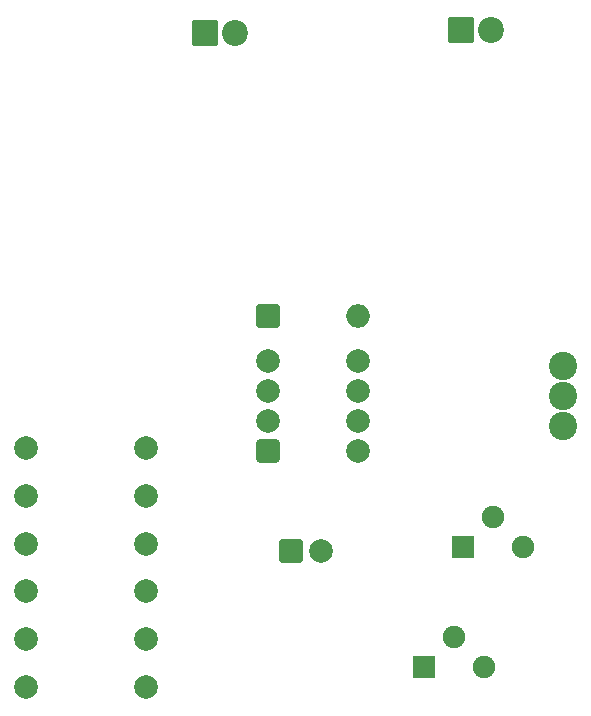
<source format=gbr>
%TF.GenerationSoftware,KiCad,Pcbnew,9.0.6*%
%TF.CreationDate,2026-01-01T13:35:09+01:00*%
%TF.ProjectId,Rocket,526f636b-6574-42e6-9b69-6361645f7063,rev?*%
%TF.SameCoordinates,Original*%
%TF.FileFunction,Soldermask,Top*%
%TF.FilePolarity,Negative*%
%FSLAX46Y46*%
G04 Gerber Fmt 4.6, Leading zero omitted, Abs format (unit mm)*
G04 Created by KiCad (PCBNEW 9.0.6) date 2026-01-01 13:35:09*
%MOMM*%
%LPD*%
G01*
G04 APERTURE LIST*
G04 Aperture macros list*
%AMRoundRect*
0 Rectangle with rounded corners*
0 $1 Rounding radius*
0 $2 $3 $4 $5 $6 $7 $8 $9 X,Y pos of 4 corners*
0 Add a 4 corners polygon primitive as box body*
4,1,4,$2,$3,$4,$5,$6,$7,$8,$9,$2,$3,0*
0 Add four circle primitives for the rounded corners*
1,1,$1+$1,$2,$3*
1,1,$1+$1,$4,$5*
1,1,$1+$1,$6,$7*
1,1,$1+$1,$8,$9*
0 Add four rect primitives between the rounded corners*
20,1,$1+$1,$2,$3,$4,$5,0*
20,1,$1+$1,$4,$5,$6,$7,0*
20,1,$1+$1,$6,$7,$8,$9,0*
20,1,$1+$1,$8,$9,$2,$3,0*%
G04 Aperture macros list end*
%ADD10RoundRect,0.200000X-0.900000X-0.900000X0.900000X-0.900000X0.900000X0.900000X-0.900000X0.900000X0*%
%ADD11C,2.200000*%
%ADD12RoundRect,0.200000X-0.750000X-0.750000X0.750000X-0.750000X0.750000X0.750000X-0.750000X0.750000X0*%
%ADD13C,1.900000*%
%ADD14RoundRect,0.200000X-0.800000X-0.800000X0.800000X-0.800000X0.800000X0.800000X-0.800000X0.800000X0*%
%ADD15O,2.000000X2.000000*%
%ADD16C,2.000000*%
%ADD17RoundRect,0.312500X-0.687500X-0.687500X0.687500X-0.687500X0.687500X0.687500X-0.687500X0.687500X0*%
%ADD18C,2.400000*%
G04 APERTURE END LIST*
D10*
%TO.C,D1*%
X126930000Y-79100000D03*
D11*
X129470000Y-79100000D03*
%TD*%
D12*
%TO.C,Q2*%
X123853000Y-133033808D03*
D13*
X126393000Y-130493808D03*
X128933000Y-133033808D03*
%TD*%
D12*
%TO.C,Q1*%
X127113000Y-122915000D03*
D13*
X129653000Y-120375000D03*
X132193000Y-122915000D03*
%TD*%
D10*
%TO.C,D2*%
X105330000Y-79400000D03*
D11*
X107870000Y-79400000D03*
%TD*%
D14*
%TO.C,D3*%
X110616900Y-103308500D03*
D15*
X118236900Y-103308500D03*
%TD*%
D16*
%TO.C,R8*%
X90133000Y-114515000D03*
X100293000Y-114515000D03*
%TD*%
%TO.C,R5*%
X90133000Y-126665000D03*
X100293000Y-126665000D03*
%TD*%
%TO.C,R7*%
X90133000Y-118565000D03*
X100293000Y-118565000D03*
%TD*%
D17*
%TO.C,U1*%
X110626900Y-114748500D03*
D16*
X110626900Y-112208500D03*
X110626900Y-109668500D03*
X110626900Y-107128500D03*
X118246900Y-107128500D03*
X118246900Y-109668500D03*
X118246900Y-112208500D03*
X118246900Y-114748500D03*
%TD*%
D18*
%TO.C,S1*%
X135593000Y-112615000D03*
X135593000Y-110075000D03*
X135593000Y-107535000D03*
%TD*%
D16*
%TO.C,R3*%
X90133000Y-134765000D03*
X100293000Y-134765000D03*
%TD*%
%TO.C,R6*%
X90133000Y-122615000D03*
X100293000Y-122615000D03*
%TD*%
%TO.C,R4*%
X90133000Y-130715000D03*
X100293000Y-130715000D03*
%TD*%
D14*
%TO.C,C1*%
X112593000Y-123215000D03*
D16*
X115093000Y-123215000D03*
%TD*%
M02*

</source>
